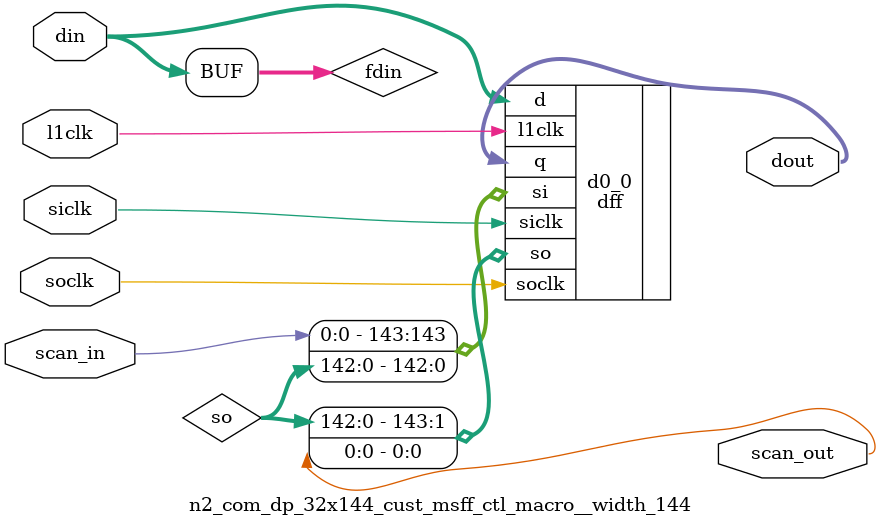
<source format=v>
`define OUTFLOP_n2_com_dp_32x144_cust  TRUE		



module n2_com_dp_32x144_cust (
  wr_adr, 
  wr_en, 
  rd_adr, 
  rd_en, 
  din, 
  dout, 
  rdclk, 
  wrclk, 
  scan_in, 
  tcu_pce_ov, 
  tcu_aclk, 
  tcu_bclk, 
  tcu_array_wr_inhibit, 
  tcu_se_scancollar_in, 
  tcu_se_scancollar_out, 
  bist_clk_mux_sel, 
  rd_pce, 
  wr_pce, 
  scan_out);
wire rd_lce;
wire wr_lce;
wire rdclk_in;
wire wrclk_in;
wire rdclk_free;
wire wrclk_free;
wire rdclk_out;
wire dff_wr_addr_scanin;
wire dff_wr_addr_scanout;
wire [4:0] wr_adr_d1;
wire [4:1] dff_rd_addr_scan;
wire dff_rd_addr_scanin;
wire dff_rd_addr_scanout;
wire [4:0] rd_adr_d1;
wire [4:0] rd_adr_mq_l_unused;
wire [4:0] rd_adr_q_unused;
wire [4:0] rd_adr_q_l_unused;
wire dff_rd_en_scanin;
wire dff_rd_en_scanout;
wire rd_en_d1;
wire rd_en_mq_l_unused;
wire rd_en_q_unused;
wire rd_en_q_l_unused;
wire dff_wr_en_scanin;
wire dff_wr_en_scanout;
wire wr_en_d1;
wire [71:1] dff_din_hi_scan;
wire dff_din_hi_scanin;
wire dff_din_hi_scanout;
wire [143:0] din_d1;
wire [71:1] dff_din_lo_scan;
wire dff_din_lo_scanin;
wire dff_din_lo_scanout;
wire wr_inh_;
wire rd_en_d1_qual;
wire wr_en_d1_qual;
wire [143:0] local_dout;
wire dff_dout_scanin;
wire dff_dout_scanout;
		
input	[4:0]	wr_adr;
input			wr_en;
input	[4:0]	rd_adr;
input			rd_en;
input	[143:0] 	din;
output	[143:0]	dout;
input		rdclk;
input		wrclk;
input		scan_in;
input		tcu_pce_ov;
input		tcu_aclk;
input		tcu_bclk;
input		tcu_array_wr_inhibit;
input		tcu_se_scancollar_in;

input		tcu_se_scancollar_out;

input		bist_clk_mux_sel;
input		rd_pce;
input		wr_pce;
output		scan_out;

// synopsys translate_off

wire pce_ov	= tcu_pce_ov;
wire siclk	= tcu_aclk;
wire soclk	= tcu_bclk;
//================================================
// Clock headers
//================================================
cl_mc1_bistlatch_4x rd_pce_lat (
	.l2clk	(rdclk),
	.pce	(rd_pce),
	.pce_ov	(pce_ov),
	.lce	(rd_lce)
);
cl_mc1_bistlatch_4x wr_pce_lat (
	.l2clk	(wrclk),
	.pce	(wr_pce),
	.pce_ov	(pce_ov),
	.lce	(wr_lce)
);
cl_mc1_bistl1hdr_8x rch_in (
        .l2clk  (rdclk), 
        .se     (tcu_se_scancollar_in),
	.clksel	(bist_clk_mux_sel),
	.bistclk(rdclk),
	.lce	(rd_lce),
        .l1clk  (rdclk_in)
);
cl_mc1_bistl1hdr_8x wch_in (
        .l2clk  (wrclk), 
        .se     (tcu_se_scancollar_in),
	.clksel	(bist_clk_mux_sel),
	.bistclk(rdclk),
	.lce	(wr_lce),
        .l1clk  (wrclk_in)
);
cl_mc1_bistl1hdr_8x rch_free (
        .l2clk  (rdclk), 
        .se     (1'b0),
	.clksel	(bist_clk_mux_sel),
	.bistclk(rdclk),
	.lce	(rd_lce),
        .l1clk  (rdclk_free)
);
cl_mc1_bistl1hdr_8x wch_free (
        .l2clk  (wrclk), 
        .se     (1'b0),
	.clksel	(bist_clk_mux_sel),
	.bistclk(rdclk),
	.lce	(wr_lce),
        .l1clk  (wrclk_free)
);

cl_mc1_bistl1hdr_8x rch_out (
        .l2clk  (rdclk), 
        .se     (tcu_se_scancollar_out),
	.clksel	(bist_clk_mux_sel),
	.bistclk(rdclk),
	.lce	(rd_lce),
        .l1clk  (rdclk_out)
);

///////////////////////////////////////////////////////////////
// Flop the inputs                                           //
///////////////////////////////////////////////////////////////
n2_com_dp_32x144_cust_msff_ctl_macro__width_5 dff_wr_addr  (
	.scan_in	(dff_wr_addr_scanin),
	.scan_out	(dff_wr_addr_scanout),
	.l1clk		(wrclk_in),
	.din		(wr_adr[4:0]),
	.dout		(wr_adr_d1[4:0]),
  .siclk(siclk),
  .soclk(soclk)
);
n2_com_dp_32x144_cust_sram_msff_mo_macro__fs_1__width_5 dff_rd_addr   (
	.scan_in	({dff_rd_addr_scan[4:1],dff_rd_addr_scanin}),
	.scan_out	({dff_rd_addr_scanout,dff_rd_addr_scan[4:1]}),
	.l1clk		(rdclk_in),
	.and_clk	(rdclk_in),
	.d		(rd_adr[4:0]),
	.mq		(rd_adr_d1[4:0]),
	.mq_l		(rd_adr_mq_l_unused[4:0]),
	.q		(rd_adr_q_unused[4:0]),
	.q_l		(rd_adr_q_l_unused[4:0]),
  .siclk(siclk),
  .soclk(soclk)
);
n2_com_dp_32x144_cust_sram_msff_mo_macro__width_1 dff_rd_en  (
	.scan_in	(dff_rd_en_scanin),
	.scan_out	(dff_rd_en_scanout),
	.l1clk		(rdclk_in),
	.and_clk	(rdclk_in),
	.d		(rd_en),
	.mq		(rd_en_d1),
	.mq_l		(rd_en_mq_l_unused),
	.q		(rd_en_q_unused),
	.q_l		(rd_en_q_l_unused),
  .siclk(siclk),
  .soclk(soclk)
);
n2_com_dp_32x144_cust_msff_ctl_macro__width_1 dff_wr_en  (
	.scan_in	(dff_wr_en_scanin),
	.scan_out	(dff_wr_en_scanout),
	.l1clk		(wrclk_in),
	.din		(wr_en),
	.dout		(wr_en_d1),
  .siclk(siclk),
  .soclk(soclk)
);
n2_com_dp_32x144_cust_msff_ctl_macro__fs_1__width_72 dff_din_hi   (
	.scan_in	({dff_din_hi_scan[71:1],dff_din_hi_scanin}),
	.scan_out	({dff_din_hi_scanout,dff_din_hi_scan[71:1]}),
	.l1clk		(wrclk_in),
	.din		(din[143:72]),
	.dout		(din_d1[143:72]),
  .siclk(siclk),
  .soclk(soclk)
);
n2_com_dp_32x144_cust_msff_ctl_macro__fs_1__width_72 dff_din_lo   (
	.scan_in	({dff_din_lo_scan[71:1],dff_din_lo_scanin}),
	.scan_out	({dff_din_lo_scanout,dff_din_lo_scan[71:1]}),
	.l1clk		(wrclk_in),
	.din		(din[71:0]),
	.dout		(din_d1[71:0]),
  .siclk(siclk),
  .soclk(soclk)
);
n2_com_dp_32x144_cust_inv_macro__width_1 wr_inh_inv  (
	.din		(tcu_array_wr_inhibit),
	.dout		(wr_inh_)
);
n2_com_dp_32x144_cust_and_macro__width_2 enable_qual  (
	.din0		({2{wr_inh_}}),
	.din1		({rd_en_d1,wr_en_d1}),
	.dout		({rd_en_d1_qual,wr_en_d1_qual})
);
n2_com_dp_32x144_cust_n2_com_array_macro__rows_32__width_144__z_array array    (
	.rclk	(rdclk_free),
	.wclk	(wrclk_free),
	.wr_adr (wr_adr_d1[4:0]),
	.wr_en	(wr_en_d1_qual),
	.rd_adr (rd_adr_d1[4:0]),
	.rd_en	(rd_en_d1_qual),
	.din	(din_d1[143:0]),
	.dout	(local_dout[143:0])
);

n2_com_dp_32x144_cust_msff_ctl_macro__width_144 dff_dout  (
	.scan_in	(dff_dout_scanin),
	.scan_out	(dff_dout_scanout),
	.l1clk		(rdclk_out),
	.din		(local_dout[143:0]),
	.dout		(dout[143:0]),
  .siclk(siclk),
  .soclk(soclk)
);


supply0 vss;
supply1 vdd;

// fixscan start:
assign dff_din_lo_scanin          = scan_in                  ;
assign dff_wr_addr_scanin         = dff_din_lo_scanout       ;
assign dff_rd_addr_scanin         = dff_wr_addr_scanout      ;
assign dff_wr_en_scanin           = dff_rd_addr_scanout      ;
assign dff_rd_en_scanin           = dff_wr_en_scanout        ;
assign dff_din_hi_scanin          = dff_rd_en_scanout        ;
assign dff_dout_scanin            = dff_din_hi_scanout       ;
assign scan_out                   = dff_dout_scanout         ;
// fixscan end:

// synopsys translate_on

endmodule







// any PARAMS parms go into naming of macro

module n2_com_dp_32x144_cust_msff_ctl_macro__width_5 (
  din, 
  l1clk, 
  scan_in, 
  siclk, 
  soclk, 
  dout, 
  scan_out);
wire [4:0] fdin;
wire [3:0] so;

  input [4:0] din;
  input l1clk;
  input scan_in;


  input siclk;
  input soclk;

  output [4:0] dout;
  output scan_out;
assign fdin[4:0] = din[4:0];






dff /*#(5)*/  d0_0 (
.l1clk(l1clk),
.siclk(siclk),
.soclk(soclk),
.d(fdin[4:0]),
.si({scan_in,so[3:0]}),
.so({so[3:0],scan_out}),
.q(dout[4:0])
);












endmodule









//
//   macro for cl_mc1_sram_msff_mo_{16,8,4}x flops
//
//





module n2_com_dp_32x144_cust_sram_msff_mo_macro__fs_1__width_5 (
  d, 
  scan_in, 
  l1clk, 
  and_clk, 
  siclk, 
  soclk, 
  mq, 
  mq_l, 
  scan_out, 
  q, 
  q_l);
input [4:0] d;
  input [4:0] scan_in;
input l1clk;
input and_clk;
input siclk;
input soclk;
output [4:0] mq;
output [4:0] mq_l;
  output [4:0] scan_out;
output [4:0] q;
output [4:0] q_l;






new_dlata /*#(5)*/  d0_0 (
.d(d[4:0]),
.si(scan_in[4:0]),
.so(scan_out[4:0]),
.l1clk(l1clk),
.and_clk(and_clk),
.siclk(siclk),
.soclk(soclk),
.q(q[4:0]),
.q_l(q_l[4:0]),
.mq(mq[4:0]),
.mq_l(mq_l[4:0])
);










//place::generic_place($width,$stack,$left);

endmodule





//
//   macro for cl_mc1_sram_msff_mo_{16,8,4}x flops
//
//





module n2_com_dp_32x144_cust_sram_msff_mo_macro__width_1 (
  d, 
  scan_in, 
  l1clk, 
  and_clk, 
  siclk, 
  soclk, 
  mq, 
  mq_l, 
  scan_out, 
  q, 
  q_l);
input [0:0] d;
  input scan_in;
input l1clk;
input and_clk;
input siclk;
input soclk;
output [0:0] mq;
output [0:0] mq_l;
  output scan_out;
output [0:0] q;
output [0:0] q_l;






new_dlata /*#(1)*/  d0_0 (
.d(d[0:0]),
.si(scan_in),
.so(scan_out),
.l1clk(l1clk),
.and_clk(and_clk),
.siclk(siclk),
.soclk(soclk),
.q(q[0:0]),
.q_l(q_l[0:0]),
.mq(mq[0:0]),
.mq_l(mq_l[0:0])
);










//place::generic_place($width,$stack,$left);

endmodule









// any PARAMS parms go into naming of macro

module n2_com_dp_32x144_cust_msff_ctl_macro__width_1 (
  din, 
  l1clk, 
  scan_in, 
  siclk, 
  soclk, 
  dout, 
  scan_out);
wire [0:0] fdin;

  input [0:0] din;
  input l1clk;
  input scan_in;


  input siclk;
  input soclk;

  output [0:0] dout;
  output scan_out;
assign fdin[0:0] = din[0:0];






dff /*#(1)*/  d0_0 (
.l1clk(l1clk),
.siclk(siclk),
.soclk(soclk),
.d(fdin[0:0]),
.si(scan_in),
.so(scan_out),
.q(dout[0:0])
);












endmodule













// any PARAMS parms go into naming of macro

module n2_com_dp_32x144_cust_msff_ctl_macro__fs_1__width_72 (
  din, 
  l1clk, 
  scan_in, 
  siclk, 
  soclk, 
  dout, 
  scan_out);
wire [71:0] fdin;

  input [71:0] din;
  input l1clk;
  input [71:0] scan_in;


  input siclk;
  input soclk;

  output [71:0] dout;
  output [71:0] scan_out;
assign fdin[71:0] = din[71:0];






dff /*#(72)*/  d0_0 (
.l1clk(l1clk),
.siclk(siclk),
.soclk(soclk),
.d(fdin[71:0]),
.si(scan_in[71:0]),
.so(scan_out[71:0]),
.q(dout[71:0])
);












endmodule









//
//   invert macro
//
//





module n2_com_dp_32x144_cust_inv_macro__width_1 (
  din, 
  dout);
  input [0:0] din;
  output [0:0] dout;






inv /*#(1)*/  d0_0 (
.in(din[0:0]),
.out(dout[0:0])
);









endmodule





//  
//   and macro for ports = 2,3,4
//
//





module n2_com_dp_32x144_cust_and_macro__width_2 (
  din0, 
  din1, 
  dout);
  input [1:0] din0;
  input [1:0] din1;
  output [1:0] dout;






and2 /*#(2)*/  d0_0 (
.in0(din0[1:0]),
.in1(din1[1:0]),
.out(dout[1:0])
);









endmodule










module n2_com_dp_32x144_cust_n2_com_array_macro__rows_32__width_144__z_array (
  rclk, 
  wclk, 
  rd_adr, 
  rd_en, 
  wr_en, 
  wr_adr, 
  din, 
  dout);

input		rclk;
input		wclk;
input	[4:0]	rd_adr;
input		rd_en;
input		wr_en;
input	[4:0]	wr_adr;
input	[144-1:0]	din;
output	[144-1:0]	dout; 



reg	[144-1:0]	mem[32-1:0];
reg	[144-1:0]	local_dout;

`ifndef NOINITMEM
// Emulate reset
integer i;
initial begin
 for (i=0; i<32; i=i+1) begin
   mem[i] = 144'b0;
 end
 local_dout = 144'b0;
end
`endif
//////////////////////
// Read/write array
//////////////////////
always @(negedge wclk) begin
   if (wr_en) begin
       mem[wr_adr] <= din;


   end
end
always @(rclk or rd_en or wr_en or rd_adr or wr_adr) begin
   if (rclk) begin
     if (rd_en) begin
         if (wr_en & (wr_adr[4:0] == rd_adr[4:0]))
             local_dout[144-1:0] <= 144'hx;
         else
             local_dout[144-1:0] <= mem[rd_adr] ;
     end
     else
             local_dout[144-1:0] <= ~(144'h0);
  end
end
assign dout[144-1:0] = local_dout[144-1:0];
supply0 vss;
supply1 vdd;




endmodule 






// any PARAMS parms go into naming of macro

module n2_com_dp_32x144_cust_msff_ctl_macro__width_144 (
  din, 
  l1clk, 
  scan_in, 
  siclk, 
  soclk, 
  dout, 
  scan_out);
wire [143:0] fdin;
wire [142:0] so;

  input [143:0] din;
  input l1clk;
  input scan_in;


  input siclk;
  input soclk;

  output [143:0] dout;
  output scan_out;
assign fdin[143:0] = din[143:0];






dff /*#(144)*/  d0_0 (
.l1clk(l1clk),
.siclk(siclk),
.soclk(soclk),
.d(fdin[143:0]),
.si({scan_in,so[142:0]}),
.so({so[142:0],scan_out}),
.q(dout[143:0])
);












endmodule









</source>
